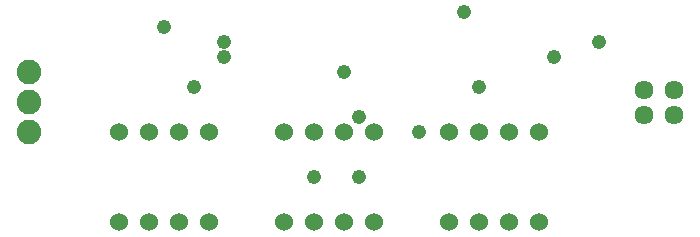
<source format=gbs>
G75*
%MOIN*%
%OFA0B0*%
%FSLAX24Y24*%
%IPPOS*%
%LPD*%
%AMOC8*
5,1,8,0,0,1.08239X$1,22.5*
%
%ADD10C,0.0600*%
%ADD11C,0.0634*%
%ADD12C,0.0820*%
%ADD13C,0.0476*%
D10*
X005180Y001180D03*
X006180Y001180D03*
X007180Y001180D03*
X008180Y001180D03*
X010680Y001180D03*
X011680Y001180D03*
X012680Y001180D03*
X013680Y001180D03*
X016180Y001180D03*
X017180Y001180D03*
X018180Y001180D03*
X019180Y001180D03*
X019180Y004180D03*
X018180Y004180D03*
X017180Y004180D03*
X016180Y004180D03*
X013680Y004180D03*
X012680Y004180D03*
X011680Y004180D03*
X010680Y004180D03*
X008180Y004180D03*
X007180Y004180D03*
X006180Y004180D03*
X005180Y004180D03*
D11*
X022680Y004770D03*
X023680Y004770D03*
X023680Y005600D03*
X022680Y005600D03*
D12*
X002180Y005180D03*
X002180Y006180D03*
X002180Y004180D03*
D13*
X007680Y005680D03*
X008680Y006680D03*
X008680Y007180D03*
X006680Y007680D03*
X012680Y006180D03*
X013180Y004680D03*
X015180Y004180D03*
X017180Y005680D03*
X019680Y006680D03*
X021180Y007180D03*
X016680Y008180D03*
X013180Y002680D03*
X011680Y002680D03*
M02*

</source>
